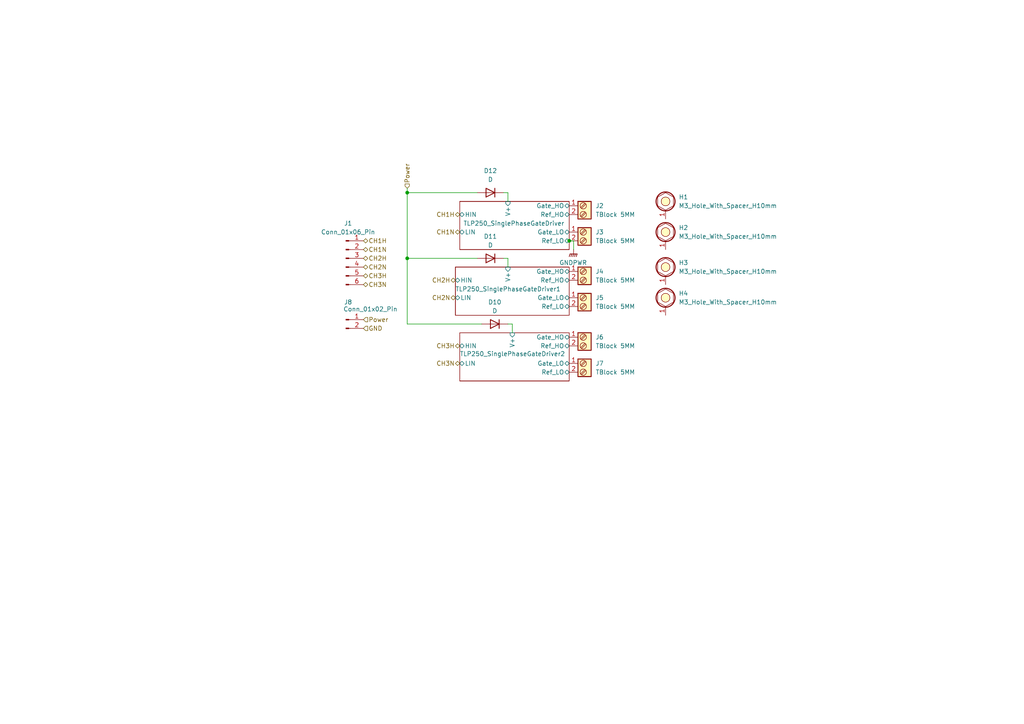
<source format=kicad_sch>
(kicad_sch (version 20250114) (generator "eeschema") (generator_version "9.0")
  (paper "A4")
  (lib_symbols
    (symbol "Connector:Conn_01x02_Pin" (pin_names (offset 1.016) (hide yes))
      (property "Reference" "J" (at 0 2.54 0))
      (property "Value" "Conn_01x02_Pin" (at 0 -5.08 0))
      (symbol "Conn_01x02_Pin_1_1"
        (rectangle (start 0.8636 0.127) (end 0 -0.127) (stroke (width 0.1524)) (fill (type outline)))
        (rectangle (start 0.8636 -2.413) (end 0 -2.667) (stroke (width 0.1524)) (fill (type outline)))
        (polyline (pts (xy 1.27 0) (xy 0.8636 0)) (stroke (width 0.1524)))
        (polyline (pts (xy 1.27 -2.54) (xy 0.8636 -2.54)) (stroke (width 0.1524)))
        (pin passive line (at 5.08 0 180) (length 3.81) (name "Pin_1") (number "1"))
        (pin passive line (at 5.08 -2.54 180) (length 3.81) (name "Pin_2") (number "2"))
      )
    )
    (symbol "Connector:Conn_01x06_Pin" (pin_names (offset 1.016) (hide yes))
      (property "Reference" "J" (at 0 7.62 0))
      (property "Value" "Conn_01x06_Pin" (at 0 -10.16 0))
      (symbol "Conn_01x06_Pin_1_1"
        (rectangle (start 0.8636 5.207) (end 0 4.953) (stroke (width 0.1524)) (fill (type outline)))
        (rectangle (start 0.8636 2.667) (end 0 2.413) (stroke (width 0.1524)) (fill (type outline)))
        (rectangle (start 0.8636 0.127) (end 0 -0.127) (stroke (width 0.1524)) (fill (type outline)))
        (rectangle (start 0.8636 -2.413) (end 0 -2.667) (stroke (width 0.1524)) (fill (type outline)))
        (rectangle (start 0.8636 -4.953) (end 0 -5.207) (stroke (width 0.1524)) (fill (type outline)))
        (rectangle (start 0.8636 -7.493) (end 0 -7.747) (stroke (width 0.1524)) (fill (type outline)))
        (polyline (pts (xy 1.27 5.08) (xy 0.8636 5.08)) (stroke (width 0.1524)))
        (polyline (pts (xy 1.27 2.54) (xy 0.8636 2.54)) (stroke (width 0.1524)))
        (polyline (pts (xy 1.27 0) (xy 0.8636 0)) (stroke (width 0.1524)))
        (polyline (pts (xy 1.27 -2.54) (xy 0.8636 -2.54)) (stroke (width 0.1524)))
        (polyline (pts (xy 1.27 -5.08) (xy 0.8636 -5.08)) (stroke (width 0.1524)))
        (polyline (pts (xy 1.27 -7.62) (xy 0.8636 -7.62)) (stroke (width 0.1524)))
        (pin passive line (at 5.08 5.08 180) (length 3.81) (name "Pin_1") (number "1"))
        (pin passive line (at 5.08 2.54 180) (length 3.81) (name "Pin_2") (number "2"))
        (pin passive line (at 5.08 0 180) (length 3.81) (name "Pin_3") (number "3"))
        (pin passive line (at 5.08 -2.54 180) (length 3.81) (name "Pin_4") (number "4"))
        (pin passive line (at 5.08 -5.08 180) (length 3.81) (name "Pin_5") (number "5"))
        (pin passive line (at 5.08 -7.62 180) (length 3.81) (name "Pin_6") (number "6"))
      )
    )
    (symbol "Device:D" (pin_numbers (hide yes)) (pin_names (offset 1.016) (hide yes))
      (property "Reference" "D" (at 0 2.54 0))
      (property "Value" "D" (at 0 -2.54 0))
      (symbol "D_0_1"
        (polyline (pts (xy -1.27 1.27) (xy -1.27 -1.27)) (stroke (width 0.254)))
        (polyline (pts (xy 1.27 1.27) (xy 1.27 -1.27) (xy -1.27 0) (xy 1.27 1.27)) (stroke (width 0.254)))
        (polyline (pts (xy 1.27 0) (xy -1.27 0)))
      )
      (symbol "D_1_1"
        (pin passive line (at -3.81 0 0) (length 2.54) (name "K") (number "1"))
        (pin passive line (at 3.81 0 180) (length 2.54) (name "A") (number "2"))
      )
    )
    (symbol "PCM_SL_Mechanical:M3_Hole_With_Spacer_H10mm"
      (property "Reference" "H" (at 0 7.62 0))
      (property "Value" "M3_Hole_With_Spacer_H10mm" (at 0 5.08 0))
      (symbol "M3_Hole_With_Spacer_H10mm_0_1"
        (polyline (pts (xy -2.286 1.27) (xy -2.286 -1.27) (xy 0 -2.54) (xy 2.286 -1.27) (xy 2.286 1.27) (xy 0 2.54) (xy -2.286 1.27)))
        (circle (center 0 0) (radius 1.27) (fill (type background)))
        (circle (center 0 0) (radius 2.7451) (stroke (width 0.3)))
      )
      (symbol "M3_Hole_With_Spacer_H10mm_1_1"
        (pin passive line (at 0 -5.08 90) (length 2.54) (name "") (number "1"))
      )
    )
    (symbol "PCM_SL_Screw_Terminal:Screw_Terminal_2_P5.00mm"
      (property "Reference" "J" (at 0 3.81 0))
      (property "Value" "Screw_Terminal_2_P5.00mm" (at 0 -3.81 0))
      (symbol "Screw_Terminal_2_P5.00mm_0_1"
        (rectangle (start -1.27 2.54) (end 2.54 -2.54) (stroke (width 0.3)) (fill (type background)))
        (polyline (pts (xy -0.254 0.508) (xy 1.016 1.778)))
        (polyline (pts (xy -0.254 -2.032) (xy 1.016 -0.762)))
        (polyline (pts (xy 0 1.27) (xy -0.508 0.762) (xy 0.762 2.032)))
        (polyline (pts (xy 0 -1.27) (xy -0.508 -1.778) (xy 0.762 -0.508)))
        (circle (center 0.254 1.27) (radius 0.9158))
        (circle (center 0.254 -1.27) (radius 0.9158))
      )
      (symbol "Screw_Terminal_2_P5.00mm_1_1"
        (pin passive line (at -3.81 1.27 0) (length 2.54) (name "") (number "1"))
        (pin passive line (at -3.81 -1.27 0) (length 2.54) (name "") (number "2"))
      )
    )
    (symbol "Screw_Terminal_2_P5.00mm_1"
      (property "Reference" "J" (at 0 3.81 0))
      (property "Value" "Screw_Terminal_2_P5.00mm" (at 0 -3.81 0))
      (symbol "Screw_Terminal_2_P5.00mm_1_0_1"
        (rectangle (start -1.27 2.54) (end 2.54 -2.54) (stroke (width 0.3)) (fill (type background)))
        (polyline (pts (xy -0.254 0.508) (xy 1.016 1.778)))
        (polyline (pts (xy -0.254 -2.032) (xy 1.016 -0.762)))
        (polyline (pts (xy 0 1.27) (xy -0.508 0.762) (xy 0.762 2.032)))
        (polyline (pts (xy 0 -1.27) (xy -0.508 -1.778) (xy 0.762 -0.508)))
        (circle (center 0.254 1.27) (radius 0.9158))
        (circle (center 0.254 -1.27) (radius 0.9158))
      )
      (symbol "Screw_Terminal_2_P5.00mm_1_1_1"
        (pin passive line (at -3.81 1.27 0) (length 2.54) (name "") (number "1"))
        (pin passive line (at -3.81 -1.27 0) (length 2.54) (name "") (number "2"))
      )
    )
    (symbol "Screw_Terminal_2_P5.00mm_2"
      (property "Reference" "J" (at 0 3.81 0))
      (property "Value" "Screw_Terminal_2_P5.00mm" (at 0 -3.81 0))
      (symbol "Screw_Terminal_2_P5.00mm_2_0_1"
        (rectangle (start -1.27 2.54) (end 2.54 -2.54) (stroke (width 0.3)) (fill (type background)))
        (polyline (pts (xy -0.254 0.508) (xy 1.016 1.778)))
        (polyline (pts (xy -0.254 -2.032) (xy 1.016 -0.762)))
        (polyline (pts (xy 0 1.27) (xy -0.508 0.762) (xy 0.762 2.032)))
        (polyline (pts (xy 0 -1.27) (xy -0.508 -1.778) (xy 0.762 -0.508)))
        (circle (center 0.254 1.27) (radius 0.9158))
        (circle (center 0.254 -1.27) (radius 0.9158))
      )
      (symbol "Screw_Terminal_2_P5.00mm_2_1_1"
        (pin passive line (at -3.81 1.27 0) (length 2.54) (name "") (number "1"))
        (pin passive line (at -3.81 -1.27 0) (length 2.54) (name "") (number "2"))
      )
    )
    (symbol "Screw_Terminal_2_P5.00mm_3"
      (property "Reference" "J" (at 0 3.81 0))
      (property "Value" "Screw_Terminal_2_P5.00mm" (at 0 -3.81 0))
      (symbol "Screw_Terminal_2_P5.00mm_3_0_1"
        (rectangle (start -1.27 2.54) (end 2.54 -2.54) (stroke (width 0.3)) (fill (type background)))
        (polyline (pts (xy -0.254 0.508) (xy 1.016 1.778)))
        (polyline (pts (xy -0.254 -2.032) (xy 1.016 -0.762)))
        (polyline (pts (xy 0 1.27) (xy -0.508 0.762) (xy 0.762 2.032)))
        (polyline (pts (xy 0 -1.27) (xy -0.508 -1.778) (xy 0.762 -0.508)))
        (circle (center 0.254 1.27) (radius 0.9158))
        (circle (center 0.254 -1.27) (radius 0.9158))
      )
      (symbol "Screw_Terminal_2_P5.00mm_3_1_1"
        (pin passive line (at -3.81 1.27 0) (length 2.54) (name "") (number "1"))
        (pin passive line (at -3.81 -1.27 0) (length 2.54) (name "") (number "2"))
      )
    )
    (symbol "Screw_Terminal_2_P5.00mm_4"
      (property "Reference" "J" (at 0 3.81 0))
      (property "Value" "Screw_Terminal_2_P5.00mm" (at 0 -3.81 0))
      (symbol "Screw_Terminal_2_P5.00mm_4_0_1"
        (rectangle (start -1.27 2.54) (end 2.54 -2.54) (stroke (width 0.3)) (fill (type background)))
        (polyline (pts (xy -0.254 0.508) (xy 1.016 1.778)))
        (polyline (pts (xy -0.254 -2.032) (xy 1.016 -0.762)))
        (polyline (pts (xy 0 1.27) (xy -0.508 0.762) (xy 0.762 2.032)))
        (polyline (pts (xy 0 -1.27) (xy -0.508 -1.778) (xy 0.762 -0.508)))
        (circle (center 0.254 1.27) (radius 0.9158))
        (circle (center 0.254 -1.27) (radius 0.9158))
      )
      (symbol "Screw_Terminal_2_P5.00mm_4_1_1"
        (pin passive line (at -3.81 1.27 0) (length 2.54) (name "") (number "1"))
        (pin passive line (at -3.81 -1.27 0) (length 2.54) (name "") (number "2"))
      )
    )
    (symbol "Screw_Terminal_2_P5.00mm_5"
      (property "Reference" "J" (at 0 3.81 0))
      (property "Value" "Screw_Terminal_2_P5.00mm" (at 0 -3.81 0))
      (symbol "Screw_Terminal_2_P5.00mm_5_0_1"
        (rectangle (start -1.27 2.54) (end 2.54 -2.54) (stroke (width 0.3)) (fill (type background)))
        (polyline (pts (xy -0.254 0.508) (xy 1.016 1.778)))
        (polyline (pts (xy -0.254 -2.032) (xy 1.016 -0.762)))
        (polyline (pts (xy 0 1.27) (xy -0.508 0.762) (xy 0.762 2.032)))
        (polyline (pts (xy 0 -1.27) (xy -0.508 -1.778) (xy 0.762 -0.508)))
        (circle (center 0.254 1.27) (radius 0.9158))
        (circle (center 0.254 -1.27) (radius 0.9158))
      )
      (symbol "Screw_Terminal_2_P5.00mm_5_1_1"
        (pin passive line (at -3.81 1.27 0) (length 2.54) (name "") (number "1"))
        (pin passive line (at -3.81 -1.27 0) (length 2.54) (name "") (number "2"))
      )
    )
    (symbol "power:GNDPWR" (power) (pin_numbers (hide yes)) (pin_names (offset 0) (hide yes))
      (property "Value" "GNDPWR" (at 0 -3.302 0))
      (symbol "GNDPWR_0_1"
        (polyline (pts (xy -1.016 -1.27) (xy -1.27 -2.032) (xy -1.27 -2.032)) (stroke (width 0.2032)))
        (polyline (pts (xy -0.508 -1.27) (xy -0.762 -2.032) (xy -0.762 -2.032)) (stroke (width 0.2032)))
        (polyline (pts (xy 0 -1.27) (xy 0 0)))
        (polyline (pts (xy 0 -1.27) (xy -0.254 -2.032) (xy -0.254 -2.032)) (stroke (width 0.2032)))
        (polyline (pts (xy 0.508 -1.27) (xy 0.254 -2.032) (xy 0.254 -2.032)) (stroke (width 0.2032)))
        (polyline (pts (xy 1.016 -1.27) (xy -1.016 -1.27) (xy -1.016 -1.27)) (stroke (width 0.2032)))
        (polyline (pts (xy 1.016 -1.27) (xy 0.762 -2.032) (xy 0.762 -2.032) (xy 0.762 -2.032)) (stroke (width 0.2032)))
      )
      (symbol "GNDPWR_1_1"
        (pin power_in line (at 0 0 270) (length 0) (name "~") (number "1"))
      )
    )
  )
  (junction (at 165.1 69.85))
  (junction (at 118.11 74.93))
  (junction (at 118.11 55.88))
  (wire (pts (xy 146.05 74.93) (xy 147.32 74.93)))
  (wire (pts (xy 138.43 55.88) (xy 118.11 55.88)))
  (wire (pts (xy 118.11 74.93) (xy 118.11 93.98)))
  (wire (pts (xy 118.11 74.93) (xy 138.43 74.93)))
  (wire (pts (xy 165.1 69.85) (xy 166.37 69.85)))
  (wire (pts (xy 148.59 93.98) (xy 148.59 96.52)))
  (wire (pts (xy 147.32 58.42) (xy 147.32 55.88)))
  (wire (pts (xy 147.32 93.98) (xy 148.59 93.98)))
  (wire (pts (xy 118.11 93.98) (xy 139.7 93.98)))
  (wire (pts (xy 147.32 74.93) (xy 147.32 77.47)))
  (wire (pts (xy 166.37 69.85) (xy 166.37 72.39)))
  (wire (pts (xy 118.11 55.88) (xy 118.11 74.93)))
  (wire (pts (xy 118.11 54.61) (xy 118.11 55.88)))
  (wire (pts (xy 147.32 55.88) (xy 146.05 55.88)))
  (hierarchical_label "CH3H" (shape bidirectional) (at 133.35 100.33 180))
  (hierarchical_label "CH1H" (shape bidirectional) (at 105.41 69.85 0))
  (hierarchical_label "CH2H" (shape bidirectional) (at 105.41 74.93 0))
  (hierarchical_label "CH2N" (shape bidirectional) (at 132.08 86.36 180))
  (hierarchical_label "CH1H" (shape bidirectional) (at 133.35 62.23 180))
  (hierarchical_label "Power" (shape input) (at 118.11 54.61 90))
  (hierarchical_label "CH1N" (shape bidirectional) (at 133.35 67.31 180))
  (hierarchical_label "GND" (shape input) (at 105.41 95.25 0))
  (hierarchical_label "CH3N" (shape bidirectional) (at 133.35 105.41 180))
  (hierarchical_label "CH2N" (shape bidirectional) (at 105.41 77.47 0))
  (hierarchical_label "CH3H" (shape bidirectional) (at 105.41 80.01 0))
  (hierarchical_label "Power" (shape input) (at 105.41 92.71 0))
  (hierarchical_label "CH3N" (shape bidirectional) (at 105.41 82.55 0))
  (hierarchical_label "CH2H" (shape bidirectional) (at 132.08 81.28 180))
  (hierarchical_label "CH1N" (shape bidirectional) (at 105.41 72.39 0))
  (symbol (lib_name "Screw_Terminal_2_P5.00mm_4") (lib_id "PCM_SL_Screw_Terminal:Screw_Terminal_2_P5.00mm") (at 168.91 87.63 0) (unit 1)
    (property "Reference" "J5" (at 172.72 86.3599 0) (effects (justify left)))
    (property "Value" "TBlock 5MM" (at 172.72 88.8999 0) (effects (justify left)))
    (property "Footprint" "TerminalBlock_Phoenix:TerminalBlock_Phoenix_PT-1,5-2-5.0-H_1x02_P5.00mm_Horizontal" (effects (hide yes)))
  )
  (symbol (lib_name "Screw_Terminal_2_P5.00mm_5") (lib_id "PCM_SL_Screw_Terminal:Screw_Terminal_2_P5.00mm") (at 168.91 68.58 0) (unit 1)
    (property "Reference" "J3" (at 172.72 67.3099 0) (effects (justify left)))
    (property "Value" "TBlock 5MM" (at 172.72 69.8499 0) (effects (justify left)))
    (property "Footprint" "TerminalBlock_Phoenix:TerminalBlock_Phoenix_PT-1,5-2-5.0-H_1x02_P5.00mm_Horizontal" (effects (hide yes)))
  )
  (symbol (lib_id "PCM_SL_Mechanical:M3_Hole_With_Spacer_H10mm") (at 193.04 67.31 0) (unit 1)
    (property "Reference" "H2" (at 196.85 66.0399 0) (effects (justify left)))
    (property "Value" "M3_Hole_With_Spacer_H10mm" (at 196.85 68.5799 0) (effects (justify left)))
    (property "Footprint" "PCM_SL_Mechanical:MountingHole_3.2mm_With_Spacer_H10mm" (effects (hide yes)))
    (property "Description" "3.2mm Diameter Mounting Hole Pad (M3) With Spacer H10mm" (effects (hide yes)))
  )
  (symbol (lib_id "Device:D") (at 142.24 74.93 180) (unit 1)
    (property "Reference" "D11" (at 142.24 68.58 0))
    (property "Value" "D" (at 142.24 71.12 0))
    (property "Footprint" "Diode_THT:D_5W_P10.16mm_Horizontal" (effects (hide yes)))
    (property "Sim.Device" "D" (effects (hide yes)))
    (property "Sim.Pins" "1=K 2=A" (effects (hide yes)))
  )
  (symbol (lib_name "Screw_Terminal_2_P5.00mm_3") (lib_id "PCM_SL_Screw_Terminal:Screw_Terminal_2_P5.00mm") (at 168.91 60.96 0) (unit 1)
    (property "Reference" "J2" (at 172.72 59.6899 0) (effects (justify left)))
    (property "Value" "TBlock 5MM" (at 172.72 62.2299 0) (effects (justify left)))
    (property "Footprint" "TerminalBlock_Phoenix:TerminalBlock_Phoenix_PT-1,5-2-5.0-H_1x02_P5.00mm_Horizontal" (effects (hide yes)))
  )
  (symbol (lib_id "Connector:Conn_01x06_Pin") (at 100.33 74.93 0) (unit 1)
    (property "Reference" "J1" (at 100.965 64.77 0))
    (property "Value" "Conn_01x06_Pin" (at 100.965 67.31 0))
    (property "Footprint" "Connector_PinHeader_2.54mm:PinHeader_1x06_P2.54mm_Vertical" (effects (hide yes)))
    (property "Description" "Generic connector, single row, 01x06, script generated" (effects (hide yes)))
  )
  (symbol (lib_id "power:GNDPWR") (at 166.37 72.39 0) (unit 1)
    (property "Reference" "#PWR04" (effects (hide yes)))
    (property "Value" "GNDPWR" (at 166.243 76.2 0))
    (property "Description" "Power symbol creates a global label with name \"GNDPWR\" , global ground" (effects (hide yes)))
  )
  (symbol (lib_name "Screw_Terminal_2_P5.00mm_2") (lib_id "PCM_SL_Screw_Terminal:Screw_Terminal_2_P5.00mm") (at 168.91 99.06 0) (unit 1)
    (property "Reference" "J6" (at 172.72 97.7899 0) (effects (justify left)))
    (property "Value" "TBlock 5MM" (at 172.72 100.3299 0) (effects (justify left)))
    (property "Footprint" "TerminalBlock_Phoenix:TerminalBlock_Phoenix_PT-1,5-2-5.0-H_1x02_P5.00mm_Horizontal" (effects (hide yes)))
  )
  (symbol (lib_id "PCM_SL_Screw_Terminal:Screw_Terminal_2_P5.00mm") (at 168.91 106.68 0) (unit 1)
    (property "Reference" "J7" (at 172.72 105.4099 0) (effects (justify left)))
    (property "Value" "TBlock 5MM" (at 172.72 107.9499 0) (effects (justify left)))
    (property "Footprint" "TerminalBlock_Phoenix:TerminalBlock_Phoenix_PT-1,5-2-5.0-H_1x02_P5.00mm_Horizontal" (effects (hide yes)))
  )
  (symbol (lib_name "Screw_Terminal_2_P5.00mm_1") (lib_id "PCM_SL_Screw_Terminal:Screw_Terminal_2_P5.00mm") (at 168.91 80.01 0) (unit 1)
    (property "Reference" "J4" (at 172.72 78.7399 0) (effects (justify left)))
    (property "Value" "TBlock 5MM" (at 172.72 81.2799 0) (effects (justify left)))
    (property "Footprint" "TerminalBlock_Phoenix:TerminalBlock_Phoenix_PT-1,5-2-5.0-H_1x02_P5.00mm_Horizontal" (effects (hide yes)))
  )
  (symbol (lib_id "Connector:Conn_01x02_Pin") (at 100.33 92.71 0) (unit 1)
    (property "Reference" "J8" (at 100.965 87.63 0))
    (property "Value" "Conn_01x02_Pin" (at 107.442 89.662 0))
    (property "Footprint" "Connector_PinHeader_2.54mm:PinHeader_1x02_P2.54mm_Vertical" (effects (hide yes)))
    (property "Description" "Generic connector, single row, 01x02, script generated" (effects (hide yes)))
  )
  (symbol (lib_id "Device:D") (at 143.51 93.98 180) (unit 1)
    (property "Reference" "D10" (at 143.51 87.63 0))
    (property "Value" "D" (at 143.51 90.17 0))
    (property "Footprint" "Diode_THT:D_5W_P10.16mm_Horizontal" (effects (hide yes)))
    (property "Sim.Device" "D" (effects (hide yes)))
    (property "Sim.Pins" "1=K 2=A" (effects (hide yes)))
  )
  (symbol (lib_id "PCM_SL_Mechanical:M3_Hole_With_Spacer_H10mm") (at 193.04 77.47 0) (unit 1)
    (property "Reference" "H3" (at 196.85 76.1999 0) (effects (justify left)))
    (property "Value" "M3_Hole_With_Spacer_H10mm" (at 196.85 78.7399 0) (effects (justify left)))
    (property "Footprint" "PCM_SL_Mechanical:MountingHole_3.2mm_With_Spacer_H10mm" (effects (hide yes)))
    (property "Description" "3.2mm Diameter Mounting Hole Pad (M3) With Spacer H10mm" (effects (hide yes)))
  )
  (symbol (lib_id "Device:D") (at 142.24 55.88 180) (unit 1)
    (property "Reference" "D12" (at 142.24 49.53 0))
    (property "Value" "D" (at 142.24 52.07 0))
    (property "Footprint" "Diode_THT:D_5W_P10.16mm_Horizontal" (effects (hide yes)))
    (property "Sim.Device" "D" (effects (hide yes)))
    (property "Sim.Pins" "1=K 2=A" (effects (hide yes)))
  )
  (symbol (lib_id "PCM_SL_Mechanical:M3_Hole_With_Spacer_H10mm") (at 193.04 58.42 0) (unit 1)
    (property "Reference" "H1" (at 196.85 57.1499 0) (effects (justify left)))
    (property "Value" "M3_Hole_With_Spacer_H10mm" (at 196.85 59.6899 0) (effects (justify left)))
    (property "Footprint" "PCM_SL_Mechanical:MountingHole_3.2mm_With_Spacer_H10mm" (effects (hide yes)))
    (property "Description" "3.2mm Diameter Mounting Hole Pad (M3) With Spacer H10mm" (effects (hide yes)))
  )
  (symbol (lib_id "PCM_SL_Mechanical:M3_Hole_With_Spacer_H10mm") (at 193.04 86.36 0) (unit 1)
    (property "Reference" "H4" (at 196.85 85.0899 0) (effects (justify left)))
    (property "Value" "M3_Hole_With_Spacer_H10mm" (at 196.85 87.6299 0) (effects (justify left)))
    (property "Footprint" "PCM_SL_Mechanical:MountingHole_3.2mm_With_Spacer_H10mm" (effects (hide yes)))
    (property "Description" "3.2mm Diameter Mounting Hole Pad (M3) With Spacer H10mm" (effects (hide yes)))
  )
  (sheet (at 132.08 77.47) (size 33.02 13.97) (stroke (width 0.1524))
    (property "Sheetname" "TLP250_SinglePhaseGateDriver1" (at 132.08 84.582 0) (effects (justify left bottom)))
    (property "Sheetfile" "TLP250_SPGD.kicad_sch" (effects (hide yes)))
    (pin "HIN" bidirectional (at 132.08 81.28 180))
    (pin "Gate_HO" bidirectional (at 165.1 78.74 0))
    (pin "Gate_LO" bidirectional (at 165.1 86.36 0))
    (pin "LIN" bidirectional (at 132.08 86.36 180))
    (pin "Ref_HO" bidirectional (at 165.1 81.28 0))
    (pin "Ref_LO" bidirectional (at 165.1 88.9 0))
    (pin "V+" input (at 147.32 77.47 90))
  )
  (sheet (at 133.35 58.42) (size 31.75 13.97) (stroke (width 0.1524))
    (property "Sheetname" "TLP250_SinglePhaseGateDriver" (at 134.366 65.532 0) (effects (justify left bottom)))
    (property "Sheetfile" "TLP250_SPGD.kicad_sch" (effects (hide yes)))
    (pin "HIN" bidirectional (at 133.35 62.23 180))
    (pin "Gate_HO" bidirectional (at 165.1 59.69 0))
    (pin "Gate_LO" bidirectional (at 165.1 67.31 0))
    (pin "LIN" bidirectional (at 133.35 67.31 180))
    (pin "Ref_HO" bidirectional (at 165.1 62.23 0))
    (pin "Ref_LO" bidirectional (at 165.1 69.85 0))
    (pin "V+" input (at 147.32 58.42 90))
  )
  (sheet (at 133.35 96.52) (size 31.75 13.97) (stroke (width 0.1524))
    (property "Sheetname" "TLP250_SinglePhaseGateDriver2" (at 133.35 103.378 0) (effects (justify left bottom)))
    (property "Sheetfile" "TLP250_SPGD.kicad_sch" (effects (hide yes)))
    (pin "HIN" bidirectional (at 133.35 100.33 180))
    (pin "Gate_HO" bidirectional (at 165.1 97.79 0))
    (pin "Gate_LO" bidirectional (at 165.1 105.41 0))
    (pin "LIN" bidirectional (at 133.35 105.41 180))
    (pin "Ref_HO" bidirectional (at 165.1 100.33 0))
    (pin "Ref_LO" bidirectional (at 165.1 107.95 0))
    (pin "V+" input (at 148.59 96.52 90))
  )
)
</source>
